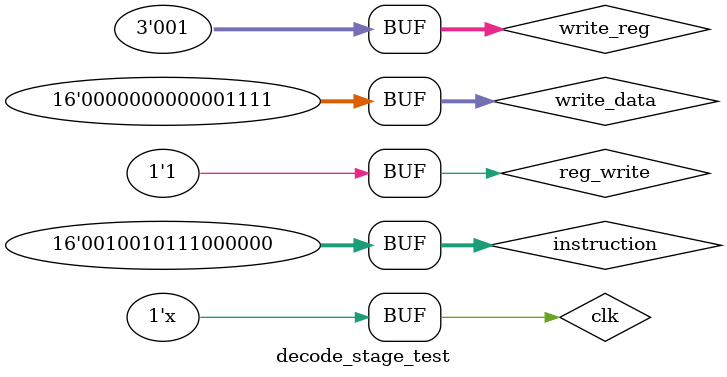
<source format=v>
`timescale 1ns / 1ps


module decode_stage_test;

	// Inputs
	reg clk;
	reg [15:0] instruction;
	reg [15:0] write_data;
	reg [2:0] write_reg;
	reg reg_write;
	// Outputs
	wire [2:0] opcode;
	wire [15:0] read_data_1;
	wire [15:0] read_data_2;
	wire [15:0] sign_extended_imm;
	wire [2:0] rt;
	wire [2:0] rd;

	// Instantiate the Unit Under Test (UUT)
	decode uut (
		.clk(clk), 
		.instruction(instruction), 
		.opcode(opcode), 
		.read_data_1(read_data_1), 
		.read_data_2(read_data_2), 
		.sign_extended_imm(sign_extended_imm), 
		.rt(rt),
		.write_reg(write_reg),
	   .write_data(write_data),
	   .reg_write(reg_write),
		.rd(rd)
	);

	initial begin
		// Initialize Inputs
		clk = 0;
		instruction = 16'b001_001_011_100_0000;
		write_reg = 1;
		write_data = 15;
		reg_write = 0;
		// Wait 100 ns for global reset to finish
		#100;
      reg_write = 1;  
		// Add stimulus here

	end
   always#30 clk = ~clk;   
endmodule


</source>
